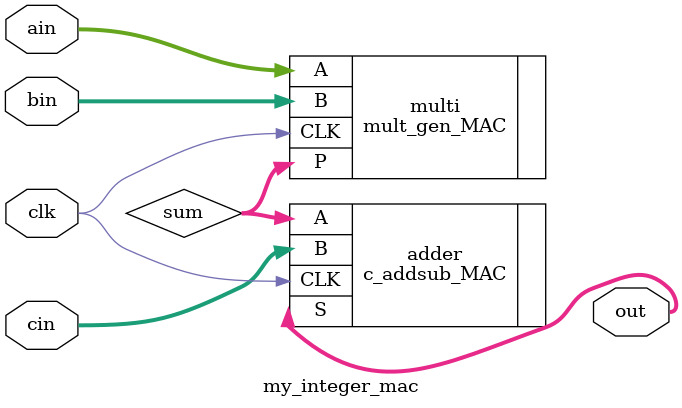
<source format=v>
`timescale 1ns / 1ps


module my_integer_mac(
    input [31:0] ain, bin, cin,
    input clk,
    output [31:0] out
    );

    wire [31:0] sum;


    mult_gen_MAC multi( // from IP catalog
        .A(ain),
        .B(bin),
        .CLK(clk),
        .P(sum)
    );

    c_addsub_MAC adder( // from IP catalog
        .A(sum),
        .B(cin),
        .CLK(clk),
        .S(out)
    );

endmodule

</source>
